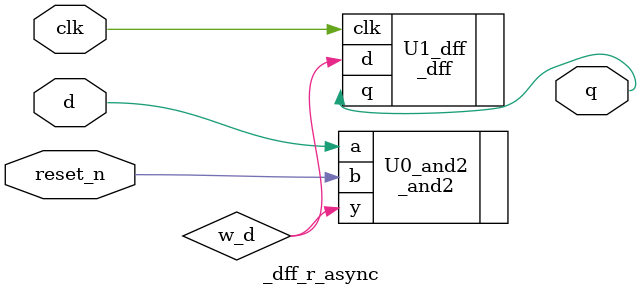
<source format=v>
module _dff_r_async(clk, reset_n, d, q); // define module
	input clk, reset_n, d; // input clk, reset, d
	output q;	// output q
	
	wire w_d;
	
	_and2 U0_and2(.a(d), .b(reset_n), .y(w_d)); // and gate
	_dff U1_dff(.clk(clk), .d(w_d), .q(q)); // D flip-flop
endmodule

</source>
